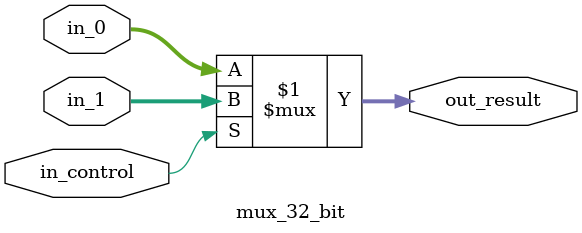
<source format=v>
module mux_32_bit (in_control, in_0, in_1, out_result);

parameter n_bit  = 31;

input in_control;

input [n_bit : 0] in_0;
input [n_bit : 0] in_1;

output wire [n_bit : 0] out_result;

assign out_result = (in_control ? in_1 : in_0);

endmodule

</source>
